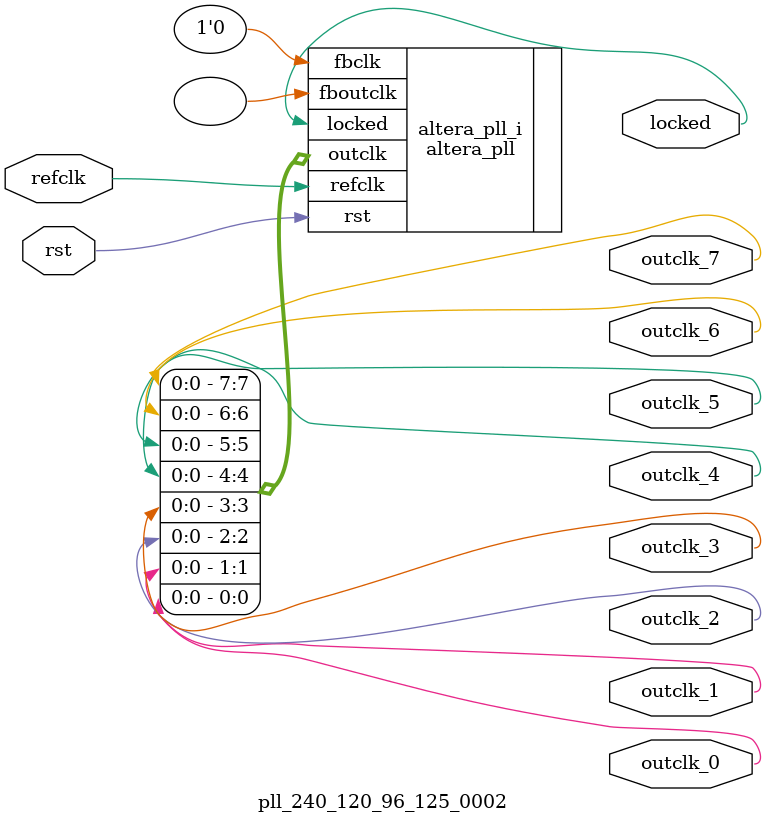
<source format=v>
`timescale 1ns/10ps
module  pll_240_120_96_125_0002(

	// interface 'refclk'
	input wire refclk,

	// interface 'reset'
	input wire rst,

	// interface 'outclk0'
	output wire outclk_0,

	// interface 'outclk1'
	output wire outclk_1,

	// interface 'outclk2'
	output wire outclk_2,

	// interface 'outclk3'
	output wire outclk_3,

	// interface 'outclk4'
	output wire outclk_4,

	// interface 'outclk5'
	output wire outclk_5,

	// interface 'outclk6'
	output wire outclk_6,

	// interface 'outclk7'
	output wire outclk_7,

	// interface 'locked'
	output wire locked
);

	altera_pll #(
		.fractional_vco_multiplier("false"),
		.reference_clock_frequency("360.0 MHz"),
		.operation_mode("direct"),
		.number_of_clocks(8),
		.output_clock_frequency0("240.000000 MHz"),
		.phase_shift0("0 ps"),
		.duty_cycle0(50),
		.output_clock_frequency1("240.000000 MHz"),
		.phase_shift1("0 ps"),
		.duty_cycle1(50),
		.output_clock_frequency2("120.000000 MHz"),
		.phase_shift2("0 ps"),
		.duty_cycle2(50),
		.output_clock_frequency3("120.000000 MHz"),
		.phase_shift3("0 ps"),
		.duty_cycle3(50),
		.output_clock_frequency4("96.000000 MHz"),
		.phase_shift4("0 ps"),
		.duty_cycle4(50),
		.output_clock_frequency5("96.000000 MHz"),
		.phase_shift5("0 ps"),
		.duty_cycle5(50),
		.output_clock_frequency6("120.000000 MHz"),
		.phase_shift6("0 ps"),
		.duty_cycle6(50),
		.output_clock_frequency7("120.000000 MHz"),
		.phase_shift7("0 ps"),
		.duty_cycle7(50),
		.output_clock_frequency8("0 MHz"),
		.phase_shift8("0 ps"),
		.duty_cycle8(50),
		.output_clock_frequency9("0 MHz"),
		.phase_shift9("0 ps"),
		.duty_cycle9(50),
		.output_clock_frequency10("0 MHz"),
		.phase_shift10("0 ps"),
		.duty_cycle10(50),
		.output_clock_frequency11("0 MHz"),
		.phase_shift11("0 ps"),
		.duty_cycle11(50),
		.output_clock_frequency12("0 MHz"),
		.phase_shift12("0 ps"),
		.duty_cycle12(50),
		.output_clock_frequency13("0 MHz"),
		.phase_shift13("0 ps"),
		.duty_cycle13(50),
		.output_clock_frequency14("0 MHz"),
		.phase_shift14("0 ps"),
		.duty_cycle14(50),
		.output_clock_frequency15("0 MHz"),
		.phase_shift15("0 ps"),
		.duty_cycle15(50),
		.output_clock_frequency16("0 MHz"),
		.phase_shift16("0 ps"),
		.duty_cycle16(50),
		.output_clock_frequency17("0 MHz"),
		.phase_shift17("0 ps"),
		.duty_cycle17(50),
		.pll_type("General"),
		.pll_subtype("General")
	) altera_pll_i (
		.rst	(rst),
		.outclk	({outclk_7, outclk_6, outclk_5, outclk_4, outclk_3, outclk_2, outclk_1, outclk_0}),
		.locked	(locked),
		.fboutclk	( ),
		.fbclk	(1'b0),
		.refclk	(refclk)
	);
endmodule


</source>
